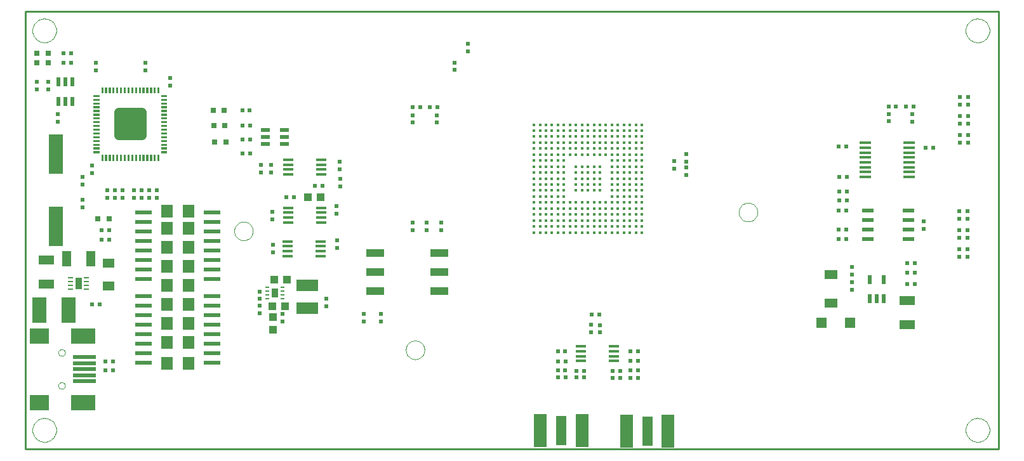
<source format=gtp>
G75*
G70*
%OFA0B0*%
%FSLAX24Y24*%
%IPPOS*%
%LPD*%
%AMOC8*
5,1,8,0,0,1.08239X$1,22.5*
%
%ADD10C,0.0100*%
%ADD11C,0.0000*%
%ADD12R,0.0236X0.0236*%
%ADD13R,0.0217X0.0472*%
%ADD14C,0.0428*%
%ADD15C,0.0025*%
%ADD16R,0.0866X0.0236*%
%ADD17R,0.0315X0.0315*%
%ADD18R,0.0760X0.2100*%
%ADD19R,0.0630X0.0710*%
%ADD20R,0.0748X0.1339*%
%ADD21R,0.0472X0.0217*%
%ADD22R,0.0630X0.0138*%
%ADD23R,0.0630X0.0236*%
%ADD24R,0.0709X0.0500*%
%ADD25R,0.0551X0.0551*%
%ADD26R,0.0787X0.0472*%
%ADD27R,0.0250X0.0106*%
%ADD28R,0.0354X0.0630*%
%ADD29R,0.0472X0.0787*%
%ADD30R,0.0591X0.0500*%
%ADD31R,0.0197X0.0098*%
%ADD32R,0.0354X0.0512*%
%ADD33R,0.0433X0.0394*%
%ADD34R,0.0394X0.0433*%
%ADD35R,0.1181X0.0591*%
%ADD36C,0.0157*%
%ADD37R,0.0961X0.0445*%
%ADD38R,0.0571X0.0177*%
%ADD39R,0.0984X0.0787*%
%ADD40R,0.1299X0.0787*%
%ADD41R,0.1220X0.0197*%
%ADD42R,0.0551X0.1575*%
%ADD43R,0.0709X0.1772*%
D10*
X001680Y006030D02*
X001680Y029030D01*
X052780Y029030D01*
X052780Y006030D01*
X001680Y006030D01*
D11*
X002055Y007030D02*
X002057Y007080D01*
X002063Y007129D01*
X002073Y007178D01*
X002086Y007225D01*
X002104Y007272D01*
X002125Y007317D01*
X002149Y007360D01*
X002177Y007401D01*
X002208Y007440D01*
X002242Y007476D01*
X002279Y007510D01*
X002319Y007540D01*
X002360Y007567D01*
X002404Y007591D01*
X002449Y007611D01*
X002496Y007627D01*
X002544Y007640D01*
X002593Y007649D01*
X002643Y007654D01*
X002692Y007655D01*
X002742Y007652D01*
X002791Y007645D01*
X002840Y007634D01*
X002887Y007620D01*
X002933Y007601D01*
X002978Y007579D01*
X003021Y007554D01*
X003061Y007525D01*
X003099Y007493D01*
X003135Y007459D01*
X003168Y007421D01*
X003197Y007381D01*
X003223Y007339D01*
X003246Y007295D01*
X003265Y007249D01*
X003281Y007202D01*
X003293Y007153D01*
X003301Y007104D01*
X003305Y007055D01*
X003305Y007005D01*
X003301Y006956D01*
X003293Y006907D01*
X003281Y006858D01*
X003265Y006811D01*
X003246Y006765D01*
X003223Y006721D01*
X003197Y006679D01*
X003168Y006639D01*
X003135Y006601D01*
X003099Y006567D01*
X003061Y006535D01*
X003021Y006506D01*
X002978Y006481D01*
X002933Y006459D01*
X002887Y006440D01*
X002840Y006426D01*
X002791Y006415D01*
X002742Y006408D01*
X002692Y006405D01*
X002643Y006406D01*
X002593Y006411D01*
X002544Y006420D01*
X002496Y006433D01*
X002449Y006449D01*
X002404Y006469D01*
X002360Y006493D01*
X002319Y006520D01*
X002279Y006550D01*
X002242Y006584D01*
X002208Y006620D01*
X002177Y006659D01*
X002149Y006700D01*
X002125Y006743D01*
X002104Y006788D01*
X002086Y006835D01*
X002073Y006882D01*
X002063Y006931D01*
X002057Y006980D01*
X002055Y007030D01*
X003413Y009364D02*
X003415Y009390D01*
X003421Y009416D01*
X003431Y009441D01*
X003444Y009464D01*
X003460Y009484D01*
X003480Y009502D01*
X003502Y009517D01*
X003525Y009529D01*
X003551Y009537D01*
X003577Y009541D01*
X003603Y009541D01*
X003629Y009537D01*
X003655Y009529D01*
X003679Y009517D01*
X003700Y009502D01*
X003720Y009484D01*
X003736Y009464D01*
X003749Y009441D01*
X003759Y009416D01*
X003765Y009390D01*
X003767Y009364D01*
X003765Y009338D01*
X003759Y009312D01*
X003749Y009287D01*
X003736Y009264D01*
X003720Y009244D01*
X003700Y009226D01*
X003678Y009211D01*
X003655Y009199D01*
X003629Y009191D01*
X003603Y009187D01*
X003577Y009187D01*
X003551Y009191D01*
X003525Y009199D01*
X003501Y009211D01*
X003480Y009226D01*
X003460Y009244D01*
X003444Y009264D01*
X003431Y009287D01*
X003421Y009312D01*
X003415Y009338D01*
X003413Y009364D01*
X003413Y011096D02*
X003415Y011122D01*
X003421Y011148D01*
X003431Y011173D01*
X003444Y011196D01*
X003460Y011216D01*
X003480Y011234D01*
X003502Y011249D01*
X003525Y011261D01*
X003551Y011269D01*
X003577Y011273D01*
X003603Y011273D01*
X003629Y011269D01*
X003655Y011261D01*
X003679Y011249D01*
X003700Y011234D01*
X003720Y011216D01*
X003736Y011196D01*
X003749Y011173D01*
X003759Y011148D01*
X003765Y011122D01*
X003767Y011096D01*
X003765Y011070D01*
X003759Y011044D01*
X003749Y011019D01*
X003736Y010996D01*
X003720Y010976D01*
X003700Y010958D01*
X003678Y010943D01*
X003655Y010931D01*
X003629Y010923D01*
X003603Y010919D01*
X003577Y010919D01*
X003551Y010923D01*
X003525Y010931D01*
X003501Y010943D01*
X003480Y010958D01*
X003460Y010976D01*
X003444Y010996D01*
X003431Y011019D01*
X003421Y011044D01*
X003415Y011070D01*
X003413Y011096D01*
X012650Y017490D02*
X012652Y017534D01*
X012658Y017577D01*
X012668Y017620D01*
X012681Y017662D01*
X012699Y017703D01*
X012719Y017741D01*
X012744Y017778D01*
X012771Y017812D01*
X012801Y017844D01*
X012834Y017873D01*
X012870Y017899D01*
X012908Y017921D01*
X012947Y017941D01*
X012989Y017956D01*
X013031Y017968D01*
X013074Y017976D01*
X013118Y017980D01*
X013162Y017980D01*
X013206Y017976D01*
X013249Y017968D01*
X013291Y017956D01*
X013333Y017941D01*
X013372Y017921D01*
X013410Y017899D01*
X013446Y017873D01*
X013479Y017844D01*
X013509Y017812D01*
X013536Y017778D01*
X013561Y017741D01*
X013581Y017703D01*
X013599Y017662D01*
X013612Y017620D01*
X013622Y017577D01*
X013628Y017534D01*
X013630Y017490D01*
X013628Y017446D01*
X013622Y017403D01*
X013612Y017360D01*
X013599Y017318D01*
X013581Y017277D01*
X013561Y017239D01*
X013536Y017202D01*
X013509Y017168D01*
X013479Y017136D01*
X013446Y017107D01*
X013410Y017081D01*
X013372Y017059D01*
X013333Y017039D01*
X013291Y017024D01*
X013249Y017012D01*
X013206Y017004D01*
X013162Y017000D01*
X013118Y017000D01*
X013074Y017004D01*
X013031Y017012D01*
X012989Y017024D01*
X012947Y017039D01*
X012908Y017059D01*
X012870Y017081D01*
X012834Y017107D01*
X012801Y017136D01*
X012771Y017168D01*
X012744Y017202D01*
X012719Y017239D01*
X012699Y017277D01*
X012681Y017318D01*
X012668Y017360D01*
X012658Y017403D01*
X012652Y017446D01*
X012650Y017490D01*
X021660Y011240D02*
X021662Y011284D01*
X021668Y011327D01*
X021678Y011370D01*
X021691Y011412D01*
X021709Y011453D01*
X021729Y011491D01*
X021754Y011528D01*
X021781Y011562D01*
X021811Y011594D01*
X021844Y011623D01*
X021880Y011649D01*
X021918Y011671D01*
X021957Y011691D01*
X021999Y011706D01*
X022041Y011718D01*
X022084Y011726D01*
X022128Y011730D01*
X022172Y011730D01*
X022216Y011726D01*
X022259Y011718D01*
X022301Y011706D01*
X022343Y011691D01*
X022382Y011671D01*
X022420Y011649D01*
X022456Y011623D01*
X022489Y011594D01*
X022519Y011562D01*
X022546Y011528D01*
X022571Y011491D01*
X022591Y011453D01*
X022609Y011412D01*
X022622Y011370D01*
X022632Y011327D01*
X022638Y011284D01*
X022640Y011240D01*
X022638Y011196D01*
X022632Y011153D01*
X022622Y011110D01*
X022609Y011068D01*
X022591Y011027D01*
X022571Y010989D01*
X022546Y010952D01*
X022519Y010918D01*
X022489Y010886D01*
X022456Y010857D01*
X022420Y010831D01*
X022382Y010809D01*
X022343Y010789D01*
X022301Y010774D01*
X022259Y010762D01*
X022216Y010754D01*
X022172Y010750D01*
X022128Y010750D01*
X022084Y010754D01*
X022041Y010762D01*
X021999Y010774D01*
X021957Y010789D01*
X021918Y010809D01*
X021880Y010831D01*
X021844Y010857D01*
X021811Y010886D01*
X021781Y010918D01*
X021754Y010952D01*
X021729Y010989D01*
X021709Y011027D01*
X021691Y011068D01*
X021678Y011110D01*
X021668Y011153D01*
X021662Y011196D01*
X021660Y011240D01*
X039140Y018480D02*
X039142Y018524D01*
X039148Y018567D01*
X039158Y018610D01*
X039171Y018652D01*
X039189Y018693D01*
X039209Y018731D01*
X039234Y018768D01*
X039261Y018802D01*
X039291Y018834D01*
X039324Y018863D01*
X039360Y018889D01*
X039398Y018911D01*
X039437Y018931D01*
X039479Y018946D01*
X039521Y018958D01*
X039564Y018966D01*
X039608Y018970D01*
X039652Y018970D01*
X039696Y018966D01*
X039739Y018958D01*
X039781Y018946D01*
X039823Y018931D01*
X039862Y018911D01*
X039900Y018889D01*
X039936Y018863D01*
X039969Y018834D01*
X039999Y018802D01*
X040026Y018768D01*
X040051Y018731D01*
X040071Y018693D01*
X040089Y018652D01*
X040102Y018610D01*
X040112Y018567D01*
X040118Y018524D01*
X040120Y018480D01*
X040118Y018436D01*
X040112Y018393D01*
X040102Y018350D01*
X040089Y018308D01*
X040071Y018267D01*
X040051Y018229D01*
X040026Y018192D01*
X039999Y018158D01*
X039969Y018126D01*
X039936Y018097D01*
X039900Y018071D01*
X039862Y018049D01*
X039823Y018029D01*
X039781Y018014D01*
X039739Y018002D01*
X039696Y017994D01*
X039652Y017990D01*
X039608Y017990D01*
X039564Y017994D01*
X039521Y018002D01*
X039479Y018014D01*
X039437Y018029D01*
X039398Y018049D01*
X039360Y018071D01*
X039324Y018097D01*
X039291Y018126D01*
X039261Y018158D01*
X039234Y018192D01*
X039209Y018229D01*
X039189Y018267D01*
X039171Y018308D01*
X039158Y018350D01*
X039148Y018393D01*
X039142Y018436D01*
X039140Y018480D01*
X051055Y028030D02*
X051057Y028080D01*
X051063Y028129D01*
X051073Y028178D01*
X051086Y028225D01*
X051104Y028272D01*
X051125Y028317D01*
X051149Y028360D01*
X051177Y028401D01*
X051208Y028440D01*
X051242Y028476D01*
X051279Y028510D01*
X051319Y028540D01*
X051360Y028567D01*
X051404Y028591D01*
X051449Y028611D01*
X051496Y028627D01*
X051544Y028640D01*
X051593Y028649D01*
X051643Y028654D01*
X051692Y028655D01*
X051742Y028652D01*
X051791Y028645D01*
X051840Y028634D01*
X051887Y028620D01*
X051933Y028601D01*
X051978Y028579D01*
X052021Y028554D01*
X052061Y028525D01*
X052099Y028493D01*
X052135Y028459D01*
X052168Y028421D01*
X052197Y028381D01*
X052223Y028339D01*
X052246Y028295D01*
X052265Y028249D01*
X052281Y028202D01*
X052293Y028153D01*
X052301Y028104D01*
X052305Y028055D01*
X052305Y028005D01*
X052301Y027956D01*
X052293Y027907D01*
X052281Y027858D01*
X052265Y027811D01*
X052246Y027765D01*
X052223Y027721D01*
X052197Y027679D01*
X052168Y027639D01*
X052135Y027601D01*
X052099Y027567D01*
X052061Y027535D01*
X052021Y027506D01*
X051978Y027481D01*
X051933Y027459D01*
X051887Y027440D01*
X051840Y027426D01*
X051791Y027415D01*
X051742Y027408D01*
X051692Y027405D01*
X051643Y027406D01*
X051593Y027411D01*
X051544Y027420D01*
X051496Y027433D01*
X051449Y027449D01*
X051404Y027469D01*
X051360Y027493D01*
X051319Y027520D01*
X051279Y027550D01*
X051242Y027584D01*
X051208Y027620D01*
X051177Y027659D01*
X051149Y027700D01*
X051125Y027743D01*
X051104Y027788D01*
X051086Y027835D01*
X051073Y027882D01*
X051063Y027931D01*
X051057Y027980D01*
X051055Y028030D01*
X051055Y007030D02*
X051057Y007080D01*
X051063Y007129D01*
X051073Y007178D01*
X051086Y007225D01*
X051104Y007272D01*
X051125Y007317D01*
X051149Y007360D01*
X051177Y007401D01*
X051208Y007440D01*
X051242Y007476D01*
X051279Y007510D01*
X051319Y007540D01*
X051360Y007567D01*
X051404Y007591D01*
X051449Y007611D01*
X051496Y007627D01*
X051544Y007640D01*
X051593Y007649D01*
X051643Y007654D01*
X051692Y007655D01*
X051742Y007652D01*
X051791Y007645D01*
X051840Y007634D01*
X051887Y007620D01*
X051933Y007601D01*
X051978Y007579D01*
X052021Y007554D01*
X052061Y007525D01*
X052099Y007493D01*
X052135Y007459D01*
X052168Y007421D01*
X052197Y007381D01*
X052223Y007339D01*
X052246Y007295D01*
X052265Y007249D01*
X052281Y007202D01*
X052293Y007153D01*
X052301Y007104D01*
X052305Y007055D01*
X052305Y007005D01*
X052301Y006956D01*
X052293Y006907D01*
X052281Y006858D01*
X052265Y006811D01*
X052246Y006765D01*
X052223Y006721D01*
X052197Y006679D01*
X052168Y006639D01*
X052135Y006601D01*
X052099Y006567D01*
X052061Y006535D01*
X052021Y006506D01*
X051978Y006481D01*
X051933Y006459D01*
X051887Y006440D01*
X051840Y006426D01*
X051791Y006415D01*
X051742Y006408D01*
X051692Y006405D01*
X051643Y006406D01*
X051593Y006411D01*
X051544Y006420D01*
X051496Y006433D01*
X051449Y006449D01*
X051404Y006469D01*
X051360Y006493D01*
X051319Y006520D01*
X051279Y006550D01*
X051242Y006584D01*
X051208Y006620D01*
X051177Y006659D01*
X051149Y006700D01*
X051125Y006743D01*
X051104Y006788D01*
X051086Y006835D01*
X051073Y006882D01*
X051063Y006931D01*
X051057Y006980D01*
X051055Y007030D01*
X002055Y028030D02*
X002057Y028080D01*
X002063Y028129D01*
X002073Y028178D01*
X002086Y028225D01*
X002104Y028272D01*
X002125Y028317D01*
X002149Y028360D01*
X002177Y028401D01*
X002208Y028440D01*
X002242Y028476D01*
X002279Y028510D01*
X002319Y028540D01*
X002360Y028567D01*
X002404Y028591D01*
X002449Y028611D01*
X002496Y028627D01*
X002544Y028640D01*
X002593Y028649D01*
X002643Y028654D01*
X002692Y028655D01*
X002742Y028652D01*
X002791Y028645D01*
X002840Y028634D01*
X002887Y028620D01*
X002933Y028601D01*
X002978Y028579D01*
X003021Y028554D01*
X003061Y028525D01*
X003099Y028493D01*
X003135Y028459D01*
X003168Y028421D01*
X003197Y028381D01*
X003223Y028339D01*
X003246Y028295D01*
X003265Y028249D01*
X003281Y028202D01*
X003293Y028153D01*
X003301Y028104D01*
X003305Y028055D01*
X003305Y028005D01*
X003301Y027956D01*
X003293Y027907D01*
X003281Y027858D01*
X003265Y027811D01*
X003246Y027765D01*
X003223Y027721D01*
X003197Y027679D01*
X003168Y027639D01*
X003135Y027601D01*
X003099Y027567D01*
X003061Y027535D01*
X003021Y027506D01*
X002978Y027481D01*
X002933Y027459D01*
X002887Y027440D01*
X002840Y027426D01*
X002791Y027415D01*
X002742Y027408D01*
X002692Y027405D01*
X002643Y027406D01*
X002593Y027411D01*
X002544Y027420D01*
X002496Y027433D01*
X002449Y027449D01*
X002404Y027469D01*
X002360Y027493D01*
X002319Y027520D01*
X002279Y027550D01*
X002242Y027584D01*
X002208Y027620D01*
X002177Y027659D01*
X002149Y027700D01*
X002125Y027743D01*
X002104Y027788D01*
X002086Y027835D01*
X002073Y027882D01*
X002063Y027931D01*
X002057Y027980D01*
X002055Y028030D01*
D12*
X003683Y026830D03*
X004077Y026830D03*
X004077Y026330D03*
X003683Y026330D03*
X002880Y025327D03*
X002880Y024933D03*
X002280Y024933D03*
X002280Y025327D03*
X003380Y023627D03*
X003380Y023233D03*
X005180Y020927D03*
X005180Y020533D03*
X004680Y020327D03*
X004680Y019933D03*
X004680Y019127D03*
X004680Y018733D03*
X005980Y019233D03*
X005980Y019627D03*
X006380Y019627D03*
X006380Y019233D03*
X006780Y019233D03*
X006780Y019627D03*
X007380Y019627D03*
X007380Y019233D03*
X007780Y019233D03*
X007780Y019627D03*
X008180Y019627D03*
X008180Y019233D03*
X008580Y019233D03*
X008580Y019627D03*
X006077Y017530D03*
X005683Y017530D03*
X005683Y017030D03*
X006077Y017030D03*
X005577Y013630D03*
X005183Y013630D03*
X005883Y010630D03*
X006277Y010630D03*
X006277Y010180D03*
X005883Y010180D03*
X013990Y013163D03*
X013990Y013557D03*
X013990Y013923D03*
X013990Y014317D03*
X015180Y013127D03*
X015180Y012733D03*
X017490Y013533D03*
X017490Y013927D03*
X019456Y013137D03*
X019456Y012744D03*
X020344Y012746D03*
X020344Y013140D03*
X018035Y016596D03*
X018035Y016990D03*
X018021Y018412D03*
X018021Y018806D03*
X018204Y019835D03*
X018204Y020229D03*
X018197Y020739D03*
X018197Y021132D03*
X017271Y019872D03*
X016877Y019872D03*
X015791Y019274D03*
X015397Y019274D03*
X014656Y018493D03*
X014656Y018099D03*
X014680Y016759D03*
X014680Y016365D03*
X014596Y020578D03*
X014596Y020971D03*
X014056Y020971D03*
X014056Y020578D03*
X013477Y021585D03*
X013083Y021585D03*
X013079Y022291D03*
X013472Y022291D03*
X013469Y023019D03*
X013075Y023019D03*
X013068Y023835D03*
X013462Y023835D03*
X009280Y025133D03*
X009280Y025527D03*
X007980Y025933D03*
X007980Y026327D03*
X005380Y026327D03*
X005380Y025933D03*
X022030Y023999D03*
X022424Y023999D03*
X022930Y024004D03*
X023324Y024004D03*
X023297Y023581D03*
X023297Y023188D03*
X022016Y023186D03*
X022016Y023580D03*
X024220Y025954D03*
X024220Y026347D03*
X024917Y026940D03*
X024917Y027334D03*
X023505Y017926D03*
X023505Y017532D03*
X022739Y017534D03*
X022739Y017928D03*
X022028Y017925D03*
X022028Y017531D03*
X029636Y011162D03*
X030029Y011162D03*
X030036Y010651D03*
X029643Y010651D03*
X029638Y010156D03*
X029644Y009791D03*
X030037Y009791D03*
X030032Y010156D03*
X030616Y010148D03*
X030615Y009798D03*
X031008Y009798D03*
X031010Y010148D03*
X032509Y010147D03*
X032507Y009783D03*
X032900Y009783D03*
X032903Y010147D03*
X033461Y010163D03*
X033453Y009781D03*
X033846Y009781D03*
X033854Y010163D03*
X033852Y010664D03*
X033459Y010664D03*
X033445Y011180D03*
X033839Y011180D03*
X031847Y012158D03*
X031847Y012551D03*
X031374Y012558D03*
X031374Y012164D03*
X031423Y013100D03*
X031817Y013100D03*
X036367Y020434D03*
X036367Y020828D03*
X036371Y021147D03*
X036371Y021541D03*
X035741Y021174D03*
X035741Y020780D03*
X044413Y020330D03*
X044807Y020330D03*
X044812Y019565D03*
X044418Y019565D03*
X044408Y019115D03*
X044802Y019115D03*
X044782Y018565D03*
X044388Y018565D03*
X044378Y017555D03*
X044772Y017555D03*
X044782Y017055D03*
X044388Y017055D03*
X045075Y015587D03*
X045075Y015193D03*
X045075Y014787D03*
X045075Y014393D03*
X047978Y014690D03*
X048372Y014690D03*
X048372Y015290D03*
X047978Y015290D03*
X047978Y015790D03*
X048372Y015790D03*
X048860Y017613D03*
X048860Y018007D03*
X050700Y018133D03*
X050700Y018527D03*
X051160Y018527D03*
X051160Y018133D03*
X051160Y017527D03*
X051160Y017133D03*
X050700Y017133D03*
X050700Y017527D03*
X050700Y016527D03*
X050700Y016133D03*
X051160Y016133D03*
X051160Y016527D03*
X049357Y021880D03*
X048963Y021880D03*
X048248Y023225D03*
X048248Y023619D03*
X048309Y024032D03*
X047915Y024032D03*
X047395Y024038D03*
X047001Y024038D03*
X047008Y023649D03*
X047008Y023255D03*
X044777Y021930D03*
X044383Y021930D03*
X050760Y022133D03*
X050760Y022527D03*
X051180Y022527D03*
X051180Y022133D03*
X051180Y023133D03*
X051180Y023527D03*
X050750Y023527D03*
X050750Y023133D03*
X050750Y024133D03*
X050750Y024527D03*
X051180Y024527D03*
X051180Y024133D03*
D13*
X046749Y014952D03*
X046001Y014952D03*
X046001Y013928D03*
X046375Y013928D03*
X046749Y013928D03*
X004154Y024318D03*
X003780Y024318D03*
X003406Y024318D03*
X003406Y025342D03*
X003780Y025342D03*
X004154Y025342D03*
D14*
X007822Y023772D02*
X007822Y022488D01*
X006538Y022488D01*
X006538Y023772D01*
X007822Y023772D01*
X007822Y022915D02*
X006538Y022915D01*
X006538Y023342D02*
X007822Y023342D01*
X007822Y023769D02*
X006538Y023769D01*
D15*
X005553Y023782D02*
X005553Y023856D01*
X005553Y023782D02*
X005263Y023782D01*
X005263Y023856D01*
X005553Y023856D01*
X005553Y023806D02*
X005263Y023806D01*
X005263Y023830D02*
X005553Y023830D01*
X005553Y023854D02*
X005263Y023854D01*
X005553Y023979D02*
X005553Y024053D01*
X005553Y023979D02*
X005263Y023979D01*
X005263Y024053D01*
X005553Y024053D01*
X005553Y024003D02*
X005263Y024003D01*
X005263Y024027D02*
X005553Y024027D01*
X005553Y024051D02*
X005263Y024051D01*
X005553Y024176D02*
X005553Y024250D01*
X005553Y024176D02*
X005263Y024176D01*
X005263Y024250D01*
X005553Y024250D01*
X005553Y024200D02*
X005263Y024200D01*
X005263Y024224D02*
X005553Y024224D01*
X005553Y024248D02*
X005263Y024248D01*
X005553Y024373D02*
X005553Y024447D01*
X005553Y024373D02*
X005263Y024373D01*
X005263Y024447D01*
X005553Y024447D01*
X005553Y024397D02*
X005263Y024397D01*
X005263Y024421D02*
X005553Y024421D01*
X005553Y024445D02*
X005263Y024445D01*
X005553Y024569D02*
X005553Y024643D01*
X005553Y024569D02*
X005263Y024569D01*
X005263Y024643D01*
X005553Y024643D01*
X005553Y024593D02*
X005263Y024593D01*
X005263Y024617D02*
X005553Y024617D01*
X005553Y024641D02*
X005263Y024641D01*
X005667Y024757D02*
X005741Y024757D01*
X005667Y024757D02*
X005667Y025047D01*
X005741Y025047D01*
X005741Y024757D01*
X005741Y024781D02*
X005667Y024781D01*
X005667Y024805D02*
X005741Y024805D01*
X005741Y024829D02*
X005667Y024829D01*
X005667Y024853D02*
X005741Y024853D01*
X005741Y024877D02*
X005667Y024877D01*
X005667Y024901D02*
X005741Y024901D01*
X005741Y024925D02*
X005667Y024925D01*
X005667Y024949D02*
X005741Y024949D01*
X005741Y024973D02*
X005667Y024973D01*
X005667Y024997D02*
X005741Y024997D01*
X005741Y025021D02*
X005667Y025021D01*
X005667Y025045D02*
X005741Y025045D01*
X005863Y024757D02*
X005937Y024757D01*
X005863Y024757D02*
X005863Y025047D01*
X005937Y025047D01*
X005937Y024757D01*
X005937Y024781D02*
X005863Y024781D01*
X005863Y024805D02*
X005937Y024805D01*
X005937Y024829D02*
X005863Y024829D01*
X005863Y024853D02*
X005937Y024853D01*
X005937Y024877D02*
X005863Y024877D01*
X005863Y024901D02*
X005937Y024901D01*
X005937Y024925D02*
X005863Y024925D01*
X005863Y024949D02*
X005937Y024949D01*
X005937Y024973D02*
X005863Y024973D01*
X005863Y024997D02*
X005937Y024997D01*
X005937Y025021D02*
X005863Y025021D01*
X005863Y025045D02*
X005937Y025045D01*
X006060Y024757D02*
X006134Y024757D01*
X006060Y024757D02*
X006060Y025047D01*
X006134Y025047D01*
X006134Y024757D01*
X006134Y024781D02*
X006060Y024781D01*
X006060Y024805D02*
X006134Y024805D01*
X006134Y024829D02*
X006060Y024829D01*
X006060Y024853D02*
X006134Y024853D01*
X006134Y024877D02*
X006060Y024877D01*
X006060Y024901D02*
X006134Y024901D01*
X006134Y024925D02*
X006060Y024925D01*
X006060Y024949D02*
X006134Y024949D01*
X006134Y024973D02*
X006060Y024973D01*
X006060Y024997D02*
X006134Y024997D01*
X006134Y025021D02*
X006060Y025021D01*
X006060Y025045D02*
X006134Y025045D01*
X006257Y024757D02*
X006331Y024757D01*
X006257Y024757D02*
X006257Y025047D01*
X006331Y025047D01*
X006331Y024757D01*
X006331Y024781D02*
X006257Y024781D01*
X006257Y024805D02*
X006331Y024805D01*
X006331Y024829D02*
X006257Y024829D01*
X006257Y024853D02*
X006331Y024853D01*
X006331Y024877D02*
X006257Y024877D01*
X006257Y024901D02*
X006331Y024901D01*
X006331Y024925D02*
X006257Y024925D01*
X006257Y024949D02*
X006331Y024949D01*
X006331Y024973D02*
X006257Y024973D01*
X006257Y024997D02*
X006331Y024997D01*
X006331Y025021D02*
X006257Y025021D01*
X006257Y025045D02*
X006331Y025045D01*
X006454Y024757D02*
X006528Y024757D01*
X006454Y024757D02*
X006454Y025047D01*
X006528Y025047D01*
X006528Y024757D01*
X006528Y024781D02*
X006454Y024781D01*
X006454Y024805D02*
X006528Y024805D01*
X006528Y024829D02*
X006454Y024829D01*
X006454Y024853D02*
X006528Y024853D01*
X006528Y024877D02*
X006454Y024877D01*
X006454Y024901D02*
X006528Y024901D01*
X006528Y024925D02*
X006454Y024925D01*
X006454Y024949D02*
X006528Y024949D01*
X006528Y024973D02*
X006454Y024973D01*
X006454Y024997D02*
X006528Y024997D01*
X006528Y025021D02*
X006454Y025021D01*
X006454Y025045D02*
X006528Y025045D01*
X006651Y024757D02*
X006725Y024757D01*
X006651Y024757D02*
X006651Y025047D01*
X006725Y025047D01*
X006725Y024757D01*
X006725Y024781D02*
X006651Y024781D01*
X006651Y024805D02*
X006725Y024805D01*
X006725Y024829D02*
X006651Y024829D01*
X006651Y024853D02*
X006725Y024853D01*
X006725Y024877D02*
X006651Y024877D01*
X006651Y024901D02*
X006725Y024901D01*
X006725Y024925D02*
X006651Y024925D01*
X006651Y024949D02*
X006725Y024949D01*
X006725Y024973D02*
X006651Y024973D01*
X006651Y024997D02*
X006725Y024997D01*
X006725Y025021D02*
X006651Y025021D01*
X006651Y025045D02*
X006725Y025045D01*
X006848Y024757D02*
X006922Y024757D01*
X006848Y024757D02*
X006848Y025047D01*
X006922Y025047D01*
X006922Y024757D01*
X006922Y024781D02*
X006848Y024781D01*
X006848Y024805D02*
X006922Y024805D01*
X006922Y024829D02*
X006848Y024829D01*
X006848Y024853D02*
X006922Y024853D01*
X006922Y024877D02*
X006848Y024877D01*
X006848Y024901D02*
X006922Y024901D01*
X006922Y024925D02*
X006848Y024925D01*
X006848Y024949D02*
X006922Y024949D01*
X006922Y024973D02*
X006848Y024973D01*
X006848Y024997D02*
X006922Y024997D01*
X006922Y025021D02*
X006848Y025021D01*
X006848Y025045D02*
X006922Y025045D01*
X007045Y024757D02*
X007119Y024757D01*
X007045Y024757D02*
X007045Y025047D01*
X007119Y025047D01*
X007119Y024757D01*
X007119Y024781D02*
X007045Y024781D01*
X007045Y024805D02*
X007119Y024805D01*
X007119Y024829D02*
X007045Y024829D01*
X007045Y024853D02*
X007119Y024853D01*
X007119Y024877D02*
X007045Y024877D01*
X007045Y024901D02*
X007119Y024901D01*
X007119Y024925D02*
X007045Y024925D01*
X007045Y024949D02*
X007119Y024949D01*
X007119Y024973D02*
X007045Y024973D01*
X007045Y024997D02*
X007119Y024997D01*
X007119Y025021D02*
X007045Y025021D01*
X007045Y025045D02*
X007119Y025045D01*
X007241Y024757D02*
X007315Y024757D01*
X007241Y024757D02*
X007241Y025047D01*
X007315Y025047D01*
X007315Y024757D01*
X007315Y024781D02*
X007241Y024781D01*
X007241Y024805D02*
X007315Y024805D01*
X007315Y024829D02*
X007241Y024829D01*
X007241Y024853D02*
X007315Y024853D01*
X007315Y024877D02*
X007241Y024877D01*
X007241Y024901D02*
X007315Y024901D01*
X007315Y024925D02*
X007241Y024925D01*
X007241Y024949D02*
X007315Y024949D01*
X007315Y024973D02*
X007241Y024973D01*
X007241Y024997D02*
X007315Y024997D01*
X007315Y025021D02*
X007241Y025021D01*
X007241Y025045D02*
X007315Y025045D01*
X007438Y024757D02*
X007512Y024757D01*
X007438Y024757D02*
X007438Y025047D01*
X007512Y025047D01*
X007512Y024757D01*
X007512Y024781D02*
X007438Y024781D01*
X007438Y024805D02*
X007512Y024805D01*
X007512Y024829D02*
X007438Y024829D01*
X007438Y024853D02*
X007512Y024853D01*
X007512Y024877D02*
X007438Y024877D01*
X007438Y024901D02*
X007512Y024901D01*
X007512Y024925D02*
X007438Y024925D01*
X007438Y024949D02*
X007512Y024949D01*
X007512Y024973D02*
X007438Y024973D01*
X007438Y024997D02*
X007512Y024997D01*
X007512Y025021D02*
X007438Y025021D01*
X007438Y025045D02*
X007512Y025045D01*
X007635Y024757D02*
X007709Y024757D01*
X007635Y024757D02*
X007635Y025047D01*
X007709Y025047D01*
X007709Y024757D01*
X007709Y024781D02*
X007635Y024781D01*
X007635Y024805D02*
X007709Y024805D01*
X007709Y024829D02*
X007635Y024829D01*
X007635Y024853D02*
X007709Y024853D01*
X007709Y024877D02*
X007635Y024877D01*
X007635Y024901D02*
X007709Y024901D01*
X007709Y024925D02*
X007635Y024925D01*
X007635Y024949D02*
X007709Y024949D01*
X007709Y024973D02*
X007635Y024973D01*
X007635Y024997D02*
X007709Y024997D01*
X007709Y025021D02*
X007635Y025021D01*
X007635Y025045D02*
X007709Y025045D01*
X007832Y024757D02*
X007906Y024757D01*
X007832Y024757D02*
X007832Y025047D01*
X007906Y025047D01*
X007906Y024757D01*
X007906Y024781D02*
X007832Y024781D01*
X007832Y024805D02*
X007906Y024805D01*
X007906Y024829D02*
X007832Y024829D01*
X007832Y024853D02*
X007906Y024853D01*
X007906Y024877D02*
X007832Y024877D01*
X007832Y024901D02*
X007906Y024901D01*
X007906Y024925D02*
X007832Y024925D01*
X007832Y024949D02*
X007906Y024949D01*
X007906Y024973D02*
X007832Y024973D01*
X007832Y024997D02*
X007906Y024997D01*
X007906Y025021D02*
X007832Y025021D01*
X007832Y025045D02*
X007906Y025045D01*
X008029Y024757D02*
X008103Y024757D01*
X008029Y024757D02*
X008029Y025047D01*
X008103Y025047D01*
X008103Y024757D01*
X008103Y024781D02*
X008029Y024781D01*
X008029Y024805D02*
X008103Y024805D01*
X008103Y024829D02*
X008029Y024829D01*
X008029Y024853D02*
X008103Y024853D01*
X008103Y024877D02*
X008029Y024877D01*
X008029Y024901D02*
X008103Y024901D01*
X008103Y024925D02*
X008029Y024925D01*
X008029Y024949D02*
X008103Y024949D01*
X008103Y024973D02*
X008029Y024973D01*
X008029Y024997D02*
X008103Y024997D01*
X008103Y025021D02*
X008029Y025021D01*
X008029Y025045D02*
X008103Y025045D01*
X008226Y024757D02*
X008300Y024757D01*
X008226Y024757D02*
X008226Y025047D01*
X008300Y025047D01*
X008300Y024757D01*
X008300Y024781D02*
X008226Y024781D01*
X008226Y024805D02*
X008300Y024805D01*
X008300Y024829D02*
X008226Y024829D01*
X008226Y024853D02*
X008300Y024853D01*
X008300Y024877D02*
X008226Y024877D01*
X008226Y024901D02*
X008300Y024901D01*
X008300Y024925D02*
X008226Y024925D01*
X008226Y024949D02*
X008300Y024949D01*
X008300Y024973D02*
X008226Y024973D01*
X008226Y024997D02*
X008300Y024997D01*
X008300Y025021D02*
X008226Y025021D01*
X008226Y025045D02*
X008300Y025045D01*
X008423Y024757D02*
X008497Y024757D01*
X008423Y024757D02*
X008423Y025047D01*
X008497Y025047D01*
X008497Y024757D01*
X008497Y024781D02*
X008423Y024781D01*
X008423Y024805D02*
X008497Y024805D01*
X008497Y024829D02*
X008423Y024829D01*
X008423Y024853D02*
X008497Y024853D01*
X008497Y024877D02*
X008423Y024877D01*
X008423Y024901D02*
X008497Y024901D01*
X008497Y024925D02*
X008423Y024925D01*
X008423Y024949D02*
X008497Y024949D01*
X008497Y024973D02*
X008423Y024973D01*
X008423Y024997D02*
X008497Y024997D01*
X008497Y025021D02*
X008423Y025021D01*
X008423Y025045D02*
X008497Y025045D01*
X008619Y024757D02*
X008693Y024757D01*
X008619Y024757D02*
X008619Y025047D01*
X008693Y025047D01*
X008693Y024757D01*
X008693Y024781D02*
X008619Y024781D01*
X008619Y024805D02*
X008693Y024805D01*
X008693Y024829D02*
X008619Y024829D01*
X008619Y024853D02*
X008693Y024853D01*
X008693Y024877D02*
X008619Y024877D01*
X008619Y024901D02*
X008693Y024901D01*
X008693Y024925D02*
X008619Y024925D01*
X008619Y024949D02*
X008693Y024949D01*
X008693Y024973D02*
X008619Y024973D01*
X008619Y024997D02*
X008693Y024997D01*
X008693Y025021D02*
X008619Y025021D01*
X008619Y025045D02*
X008693Y025045D01*
X008807Y024643D02*
X008807Y024569D01*
X008807Y024643D02*
X009097Y024643D01*
X009097Y024569D01*
X008807Y024569D01*
X008807Y024593D02*
X009097Y024593D01*
X009097Y024617D02*
X008807Y024617D01*
X008807Y024641D02*
X009097Y024641D01*
X008807Y024447D02*
X008807Y024373D01*
X008807Y024447D02*
X009097Y024447D01*
X009097Y024373D01*
X008807Y024373D01*
X008807Y024397D02*
X009097Y024397D01*
X009097Y024421D02*
X008807Y024421D01*
X008807Y024445D02*
X009097Y024445D01*
X008807Y024250D02*
X008807Y024176D01*
X008807Y024250D02*
X009097Y024250D01*
X009097Y024176D01*
X008807Y024176D01*
X008807Y024200D02*
X009097Y024200D01*
X009097Y024224D02*
X008807Y024224D01*
X008807Y024248D02*
X009097Y024248D01*
X008807Y024053D02*
X008807Y023979D01*
X008807Y024053D02*
X009097Y024053D01*
X009097Y023979D01*
X008807Y023979D01*
X008807Y024003D02*
X009097Y024003D01*
X009097Y024027D02*
X008807Y024027D01*
X008807Y024051D02*
X009097Y024051D01*
X008807Y023856D02*
X008807Y023782D01*
X008807Y023856D02*
X009097Y023856D01*
X009097Y023782D01*
X008807Y023782D01*
X008807Y023806D02*
X009097Y023806D01*
X009097Y023830D02*
X008807Y023830D01*
X008807Y023854D02*
X009097Y023854D01*
X008807Y023659D02*
X008807Y023585D01*
X008807Y023659D02*
X009097Y023659D01*
X009097Y023585D01*
X008807Y023585D01*
X008807Y023609D02*
X009097Y023609D01*
X009097Y023633D02*
X008807Y023633D01*
X008807Y023657D02*
X009097Y023657D01*
X008807Y023462D02*
X008807Y023388D01*
X008807Y023462D02*
X009097Y023462D01*
X009097Y023388D01*
X008807Y023388D01*
X008807Y023412D02*
X009097Y023412D01*
X009097Y023436D02*
X008807Y023436D01*
X008807Y023460D02*
X009097Y023460D01*
X008807Y023265D02*
X008807Y023191D01*
X008807Y023265D02*
X009097Y023265D01*
X009097Y023191D01*
X008807Y023191D01*
X008807Y023215D02*
X009097Y023215D01*
X009097Y023239D02*
X008807Y023239D01*
X008807Y023263D02*
X009097Y023263D01*
X008807Y023069D02*
X008807Y022995D01*
X008807Y023069D02*
X009097Y023069D01*
X009097Y022995D01*
X008807Y022995D01*
X008807Y023019D02*
X009097Y023019D01*
X009097Y023043D02*
X008807Y023043D01*
X008807Y023067D02*
X009097Y023067D01*
X008807Y022872D02*
X008807Y022798D01*
X008807Y022872D02*
X009097Y022872D01*
X009097Y022798D01*
X008807Y022798D01*
X008807Y022822D02*
X009097Y022822D01*
X009097Y022846D02*
X008807Y022846D01*
X008807Y022870D02*
X009097Y022870D01*
X008807Y022675D02*
X008807Y022601D01*
X008807Y022675D02*
X009097Y022675D01*
X009097Y022601D01*
X008807Y022601D01*
X008807Y022625D02*
X009097Y022625D01*
X009097Y022649D02*
X008807Y022649D01*
X008807Y022673D02*
X009097Y022673D01*
X008807Y022478D02*
X008807Y022404D01*
X008807Y022478D02*
X009097Y022478D01*
X009097Y022404D01*
X008807Y022404D01*
X008807Y022428D02*
X009097Y022428D01*
X009097Y022452D02*
X008807Y022452D01*
X008807Y022476D02*
X009097Y022476D01*
X008807Y022281D02*
X008807Y022207D01*
X008807Y022281D02*
X009097Y022281D01*
X009097Y022207D01*
X008807Y022207D01*
X008807Y022231D02*
X009097Y022231D01*
X009097Y022255D02*
X008807Y022255D01*
X008807Y022279D02*
X009097Y022279D01*
X008807Y022084D02*
X008807Y022010D01*
X008807Y022084D02*
X009097Y022084D01*
X009097Y022010D01*
X008807Y022010D01*
X008807Y022034D02*
X009097Y022034D01*
X009097Y022058D02*
X008807Y022058D01*
X008807Y022082D02*
X009097Y022082D01*
X008807Y021887D02*
X008807Y021813D01*
X008807Y021887D02*
X009097Y021887D01*
X009097Y021813D01*
X008807Y021813D01*
X008807Y021837D02*
X009097Y021837D01*
X009097Y021861D02*
X008807Y021861D01*
X008807Y021885D02*
X009097Y021885D01*
X008807Y021691D02*
X008807Y021617D01*
X008807Y021691D02*
X009097Y021691D01*
X009097Y021617D01*
X008807Y021617D01*
X008807Y021641D02*
X009097Y021641D01*
X009097Y021665D02*
X008807Y021665D01*
X008807Y021689D02*
X009097Y021689D01*
X008693Y021503D02*
X008619Y021503D01*
X008693Y021503D02*
X008693Y021213D01*
X008619Y021213D01*
X008619Y021503D01*
X008619Y021237D02*
X008693Y021237D01*
X008693Y021261D02*
X008619Y021261D01*
X008619Y021285D02*
X008693Y021285D01*
X008693Y021309D02*
X008619Y021309D01*
X008619Y021333D02*
X008693Y021333D01*
X008693Y021357D02*
X008619Y021357D01*
X008619Y021381D02*
X008693Y021381D01*
X008693Y021405D02*
X008619Y021405D01*
X008619Y021429D02*
X008693Y021429D01*
X008693Y021453D02*
X008619Y021453D01*
X008619Y021477D02*
X008693Y021477D01*
X008693Y021501D02*
X008619Y021501D01*
X008497Y021503D02*
X008423Y021503D01*
X008497Y021503D02*
X008497Y021213D01*
X008423Y021213D01*
X008423Y021503D01*
X008423Y021237D02*
X008497Y021237D01*
X008497Y021261D02*
X008423Y021261D01*
X008423Y021285D02*
X008497Y021285D01*
X008497Y021309D02*
X008423Y021309D01*
X008423Y021333D02*
X008497Y021333D01*
X008497Y021357D02*
X008423Y021357D01*
X008423Y021381D02*
X008497Y021381D01*
X008497Y021405D02*
X008423Y021405D01*
X008423Y021429D02*
X008497Y021429D01*
X008497Y021453D02*
X008423Y021453D01*
X008423Y021477D02*
X008497Y021477D01*
X008497Y021501D02*
X008423Y021501D01*
X008300Y021503D02*
X008226Y021503D01*
X008300Y021503D02*
X008300Y021213D01*
X008226Y021213D01*
X008226Y021503D01*
X008226Y021237D02*
X008300Y021237D01*
X008300Y021261D02*
X008226Y021261D01*
X008226Y021285D02*
X008300Y021285D01*
X008300Y021309D02*
X008226Y021309D01*
X008226Y021333D02*
X008300Y021333D01*
X008300Y021357D02*
X008226Y021357D01*
X008226Y021381D02*
X008300Y021381D01*
X008300Y021405D02*
X008226Y021405D01*
X008226Y021429D02*
X008300Y021429D01*
X008300Y021453D02*
X008226Y021453D01*
X008226Y021477D02*
X008300Y021477D01*
X008300Y021501D02*
X008226Y021501D01*
X008103Y021503D02*
X008029Y021503D01*
X008103Y021503D02*
X008103Y021213D01*
X008029Y021213D01*
X008029Y021503D01*
X008029Y021237D02*
X008103Y021237D01*
X008103Y021261D02*
X008029Y021261D01*
X008029Y021285D02*
X008103Y021285D01*
X008103Y021309D02*
X008029Y021309D01*
X008029Y021333D02*
X008103Y021333D01*
X008103Y021357D02*
X008029Y021357D01*
X008029Y021381D02*
X008103Y021381D01*
X008103Y021405D02*
X008029Y021405D01*
X008029Y021429D02*
X008103Y021429D01*
X008103Y021453D02*
X008029Y021453D01*
X008029Y021477D02*
X008103Y021477D01*
X008103Y021501D02*
X008029Y021501D01*
X007906Y021503D02*
X007832Y021503D01*
X007906Y021503D02*
X007906Y021213D01*
X007832Y021213D01*
X007832Y021503D01*
X007832Y021237D02*
X007906Y021237D01*
X007906Y021261D02*
X007832Y021261D01*
X007832Y021285D02*
X007906Y021285D01*
X007906Y021309D02*
X007832Y021309D01*
X007832Y021333D02*
X007906Y021333D01*
X007906Y021357D02*
X007832Y021357D01*
X007832Y021381D02*
X007906Y021381D01*
X007906Y021405D02*
X007832Y021405D01*
X007832Y021429D02*
X007906Y021429D01*
X007906Y021453D02*
X007832Y021453D01*
X007832Y021477D02*
X007906Y021477D01*
X007906Y021501D02*
X007832Y021501D01*
X007709Y021503D02*
X007635Y021503D01*
X007709Y021503D02*
X007709Y021213D01*
X007635Y021213D01*
X007635Y021503D01*
X007635Y021237D02*
X007709Y021237D01*
X007709Y021261D02*
X007635Y021261D01*
X007635Y021285D02*
X007709Y021285D01*
X007709Y021309D02*
X007635Y021309D01*
X007635Y021333D02*
X007709Y021333D01*
X007709Y021357D02*
X007635Y021357D01*
X007635Y021381D02*
X007709Y021381D01*
X007709Y021405D02*
X007635Y021405D01*
X007635Y021429D02*
X007709Y021429D01*
X007709Y021453D02*
X007635Y021453D01*
X007635Y021477D02*
X007709Y021477D01*
X007709Y021501D02*
X007635Y021501D01*
X007512Y021503D02*
X007438Y021503D01*
X007512Y021503D02*
X007512Y021213D01*
X007438Y021213D01*
X007438Y021503D01*
X007438Y021237D02*
X007512Y021237D01*
X007512Y021261D02*
X007438Y021261D01*
X007438Y021285D02*
X007512Y021285D01*
X007512Y021309D02*
X007438Y021309D01*
X007438Y021333D02*
X007512Y021333D01*
X007512Y021357D02*
X007438Y021357D01*
X007438Y021381D02*
X007512Y021381D01*
X007512Y021405D02*
X007438Y021405D01*
X007438Y021429D02*
X007512Y021429D01*
X007512Y021453D02*
X007438Y021453D01*
X007438Y021477D02*
X007512Y021477D01*
X007512Y021501D02*
X007438Y021501D01*
X007315Y021503D02*
X007241Y021503D01*
X007315Y021503D02*
X007315Y021213D01*
X007241Y021213D01*
X007241Y021503D01*
X007241Y021237D02*
X007315Y021237D01*
X007315Y021261D02*
X007241Y021261D01*
X007241Y021285D02*
X007315Y021285D01*
X007315Y021309D02*
X007241Y021309D01*
X007241Y021333D02*
X007315Y021333D01*
X007315Y021357D02*
X007241Y021357D01*
X007241Y021381D02*
X007315Y021381D01*
X007315Y021405D02*
X007241Y021405D01*
X007241Y021429D02*
X007315Y021429D01*
X007315Y021453D02*
X007241Y021453D01*
X007241Y021477D02*
X007315Y021477D01*
X007315Y021501D02*
X007241Y021501D01*
X007119Y021503D02*
X007045Y021503D01*
X007119Y021503D02*
X007119Y021213D01*
X007045Y021213D01*
X007045Y021503D01*
X007045Y021237D02*
X007119Y021237D01*
X007119Y021261D02*
X007045Y021261D01*
X007045Y021285D02*
X007119Y021285D01*
X007119Y021309D02*
X007045Y021309D01*
X007045Y021333D02*
X007119Y021333D01*
X007119Y021357D02*
X007045Y021357D01*
X007045Y021381D02*
X007119Y021381D01*
X007119Y021405D02*
X007045Y021405D01*
X007045Y021429D02*
X007119Y021429D01*
X007119Y021453D02*
X007045Y021453D01*
X007045Y021477D02*
X007119Y021477D01*
X007119Y021501D02*
X007045Y021501D01*
X006922Y021503D02*
X006848Y021503D01*
X006922Y021503D02*
X006922Y021213D01*
X006848Y021213D01*
X006848Y021503D01*
X006848Y021237D02*
X006922Y021237D01*
X006922Y021261D02*
X006848Y021261D01*
X006848Y021285D02*
X006922Y021285D01*
X006922Y021309D02*
X006848Y021309D01*
X006848Y021333D02*
X006922Y021333D01*
X006922Y021357D02*
X006848Y021357D01*
X006848Y021381D02*
X006922Y021381D01*
X006922Y021405D02*
X006848Y021405D01*
X006848Y021429D02*
X006922Y021429D01*
X006922Y021453D02*
X006848Y021453D01*
X006848Y021477D02*
X006922Y021477D01*
X006922Y021501D02*
X006848Y021501D01*
X006725Y021503D02*
X006651Y021503D01*
X006725Y021503D02*
X006725Y021213D01*
X006651Y021213D01*
X006651Y021503D01*
X006651Y021237D02*
X006725Y021237D01*
X006725Y021261D02*
X006651Y021261D01*
X006651Y021285D02*
X006725Y021285D01*
X006725Y021309D02*
X006651Y021309D01*
X006651Y021333D02*
X006725Y021333D01*
X006725Y021357D02*
X006651Y021357D01*
X006651Y021381D02*
X006725Y021381D01*
X006725Y021405D02*
X006651Y021405D01*
X006651Y021429D02*
X006725Y021429D01*
X006725Y021453D02*
X006651Y021453D01*
X006651Y021477D02*
X006725Y021477D01*
X006725Y021501D02*
X006651Y021501D01*
X006528Y021503D02*
X006454Y021503D01*
X006528Y021503D02*
X006528Y021213D01*
X006454Y021213D01*
X006454Y021503D01*
X006454Y021237D02*
X006528Y021237D01*
X006528Y021261D02*
X006454Y021261D01*
X006454Y021285D02*
X006528Y021285D01*
X006528Y021309D02*
X006454Y021309D01*
X006454Y021333D02*
X006528Y021333D01*
X006528Y021357D02*
X006454Y021357D01*
X006454Y021381D02*
X006528Y021381D01*
X006528Y021405D02*
X006454Y021405D01*
X006454Y021429D02*
X006528Y021429D01*
X006528Y021453D02*
X006454Y021453D01*
X006454Y021477D02*
X006528Y021477D01*
X006528Y021501D02*
X006454Y021501D01*
X006331Y021503D02*
X006257Y021503D01*
X006331Y021503D02*
X006331Y021213D01*
X006257Y021213D01*
X006257Y021503D01*
X006257Y021237D02*
X006331Y021237D01*
X006331Y021261D02*
X006257Y021261D01*
X006257Y021285D02*
X006331Y021285D01*
X006331Y021309D02*
X006257Y021309D01*
X006257Y021333D02*
X006331Y021333D01*
X006331Y021357D02*
X006257Y021357D01*
X006257Y021381D02*
X006331Y021381D01*
X006331Y021405D02*
X006257Y021405D01*
X006257Y021429D02*
X006331Y021429D01*
X006331Y021453D02*
X006257Y021453D01*
X006257Y021477D02*
X006331Y021477D01*
X006331Y021501D02*
X006257Y021501D01*
X006134Y021503D02*
X006060Y021503D01*
X006134Y021503D02*
X006134Y021213D01*
X006060Y021213D01*
X006060Y021503D01*
X006060Y021237D02*
X006134Y021237D01*
X006134Y021261D02*
X006060Y021261D01*
X006060Y021285D02*
X006134Y021285D01*
X006134Y021309D02*
X006060Y021309D01*
X006060Y021333D02*
X006134Y021333D01*
X006134Y021357D02*
X006060Y021357D01*
X006060Y021381D02*
X006134Y021381D01*
X006134Y021405D02*
X006060Y021405D01*
X006060Y021429D02*
X006134Y021429D01*
X006134Y021453D02*
X006060Y021453D01*
X006060Y021477D02*
X006134Y021477D01*
X006134Y021501D02*
X006060Y021501D01*
X005937Y021503D02*
X005863Y021503D01*
X005937Y021503D02*
X005937Y021213D01*
X005863Y021213D01*
X005863Y021503D01*
X005863Y021237D02*
X005937Y021237D01*
X005937Y021261D02*
X005863Y021261D01*
X005863Y021285D02*
X005937Y021285D01*
X005937Y021309D02*
X005863Y021309D01*
X005863Y021333D02*
X005937Y021333D01*
X005937Y021357D02*
X005863Y021357D01*
X005863Y021381D02*
X005937Y021381D01*
X005937Y021405D02*
X005863Y021405D01*
X005863Y021429D02*
X005937Y021429D01*
X005937Y021453D02*
X005863Y021453D01*
X005863Y021477D02*
X005937Y021477D01*
X005937Y021501D02*
X005863Y021501D01*
X005741Y021503D02*
X005667Y021503D01*
X005741Y021503D02*
X005741Y021213D01*
X005667Y021213D01*
X005667Y021503D01*
X005667Y021237D02*
X005741Y021237D01*
X005741Y021261D02*
X005667Y021261D01*
X005667Y021285D02*
X005741Y021285D01*
X005741Y021309D02*
X005667Y021309D01*
X005667Y021333D02*
X005741Y021333D01*
X005741Y021357D02*
X005667Y021357D01*
X005667Y021381D02*
X005741Y021381D01*
X005741Y021405D02*
X005667Y021405D01*
X005667Y021429D02*
X005741Y021429D01*
X005741Y021453D02*
X005667Y021453D01*
X005667Y021477D02*
X005741Y021477D01*
X005741Y021501D02*
X005667Y021501D01*
X005553Y021617D02*
X005553Y021691D01*
X005553Y021617D02*
X005263Y021617D01*
X005263Y021691D01*
X005553Y021691D01*
X005553Y021641D02*
X005263Y021641D01*
X005263Y021665D02*
X005553Y021665D01*
X005553Y021689D02*
X005263Y021689D01*
X005553Y021813D02*
X005553Y021887D01*
X005553Y021813D02*
X005263Y021813D01*
X005263Y021887D01*
X005553Y021887D01*
X005553Y021837D02*
X005263Y021837D01*
X005263Y021861D02*
X005553Y021861D01*
X005553Y021885D02*
X005263Y021885D01*
X005553Y022010D02*
X005553Y022084D01*
X005553Y022010D02*
X005263Y022010D01*
X005263Y022084D01*
X005553Y022084D01*
X005553Y022034D02*
X005263Y022034D01*
X005263Y022058D02*
X005553Y022058D01*
X005553Y022082D02*
X005263Y022082D01*
X005553Y022207D02*
X005553Y022281D01*
X005553Y022207D02*
X005263Y022207D01*
X005263Y022281D01*
X005553Y022281D01*
X005553Y022231D02*
X005263Y022231D01*
X005263Y022255D02*
X005553Y022255D01*
X005553Y022279D02*
X005263Y022279D01*
X005553Y022404D02*
X005553Y022478D01*
X005553Y022404D02*
X005263Y022404D01*
X005263Y022478D01*
X005553Y022478D01*
X005553Y022428D02*
X005263Y022428D01*
X005263Y022452D02*
X005553Y022452D01*
X005553Y022476D02*
X005263Y022476D01*
X005553Y022601D02*
X005553Y022675D01*
X005553Y022601D02*
X005263Y022601D01*
X005263Y022675D01*
X005553Y022675D01*
X005553Y022625D02*
X005263Y022625D01*
X005263Y022649D02*
X005553Y022649D01*
X005553Y022673D02*
X005263Y022673D01*
X005553Y022798D02*
X005553Y022872D01*
X005553Y022798D02*
X005263Y022798D01*
X005263Y022872D01*
X005553Y022872D01*
X005553Y022822D02*
X005263Y022822D01*
X005263Y022846D02*
X005553Y022846D01*
X005553Y022870D02*
X005263Y022870D01*
X005553Y022995D02*
X005553Y023069D01*
X005553Y022995D02*
X005263Y022995D01*
X005263Y023069D01*
X005553Y023069D01*
X005553Y023019D02*
X005263Y023019D01*
X005263Y023043D02*
X005553Y023043D01*
X005553Y023067D02*
X005263Y023067D01*
X005553Y023191D02*
X005553Y023265D01*
X005553Y023191D02*
X005263Y023191D01*
X005263Y023265D01*
X005553Y023265D01*
X005553Y023215D02*
X005263Y023215D01*
X005263Y023239D02*
X005553Y023239D01*
X005553Y023263D02*
X005263Y023263D01*
X005553Y023388D02*
X005553Y023462D01*
X005553Y023388D02*
X005263Y023388D01*
X005263Y023462D01*
X005553Y023462D01*
X005553Y023412D02*
X005263Y023412D01*
X005263Y023436D02*
X005553Y023436D01*
X005553Y023460D02*
X005263Y023460D01*
X005553Y023585D02*
X005553Y023659D01*
X005553Y023585D02*
X005263Y023585D01*
X005263Y023659D01*
X005553Y023659D01*
X005553Y023609D02*
X005263Y023609D01*
X005263Y023633D02*
X005553Y023633D01*
X005553Y023657D02*
X005263Y023657D01*
D16*
X007869Y018480D03*
X007869Y017980D03*
X007869Y017480D03*
X007869Y016980D03*
X007869Y016480D03*
X007869Y015980D03*
X007869Y015480D03*
X007869Y014980D03*
X007869Y014080D03*
X007869Y013580D03*
X007869Y013080D03*
X007869Y012580D03*
X007869Y012080D03*
X007869Y011580D03*
X007869Y011080D03*
X007869Y010580D03*
X011491Y010580D03*
X011491Y011080D03*
X011491Y011580D03*
X011491Y012080D03*
X011491Y012580D03*
X011491Y013080D03*
X011491Y013580D03*
X011491Y014080D03*
X011491Y014980D03*
X011491Y015480D03*
X011491Y015980D03*
X011491Y016480D03*
X011491Y016980D03*
X011491Y017480D03*
X011491Y017980D03*
X011491Y018480D03*
D17*
X011620Y022168D03*
X012211Y022168D03*
X012163Y023026D03*
X011572Y023026D03*
X011540Y023829D03*
X012130Y023829D03*
X006075Y018130D03*
X005485Y018130D03*
X002875Y026330D03*
X002875Y026830D03*
X002285Y026830D03*
X002285Y026330D03*
D18*
X003280Y021530D03*
X003280Y017730D03*
D19*
X009120Y017630D03*
X009120Y018530D03*
X010240Y018530D03*
X010240Y017630D03*
X010240Y016630D03*
X010240Y015630D03*
X010240Y014630D03*
X010240Y013630D03*
X010240Y012630D03*
X010240Y011630D03*
X010240Y010530D03*
X009120Y010530D03*
X009120Y011630D03*
X009120Y012630D03*
X009120Y013630D03*
X009120Y014630D03*
X009120Y015630D03*
X009120Y016630D03*
D20*
X003948Y013330D03*
X002412Y013330D03*
D21*
X014267Y022061D03*
X014267Y022435D03*
X014267Y022809D03*
X015291Y022809D03*
X015291Y022435D03*
X015291Y022061D03*
D22*
X045780Y022130D03*
X045780Y021874D03*
X045780Y021618D03*
X045780Y021362D03*
X045780Y021106D03*
X045780Y020850D03*
X045780Y020595D03*
X045780Y020339D03*
X048083Y020339D03*
X048083Y020595D03*
X048083Y020850D03*
X048083Y021106D03*
X048083Y021362D03*
X048083Y021618D03*
X048083Y021874D03*
X048083Y022130D03*
D23*
X048046Y018555D03*
X048046Y018055D03*
X048046Y017555D03*
X048046Y017055D03*
X045920Y017055D03*
X045920Y017555D03*
X045920Y018055D03*
X045920Y018555D03*
D24*
X043975Y015190D03*
X043975Y013690D03*
D25*
X043497Y012660D03*
X044993Y012660D03*
D26*
X047975Y012560D03*
X047975Y013820D03*
X002780Y014700D03*
X002780Y015960D03*
D27*
X004060Y015030D03*
X004060Y014833D03*
X004060Y014636D03*
X004060Y014439D03*
X004887Y014439D03*
X004887Y014636D03*
X004887Y014833D03*
X004887Y015030D03*
D28*
X004474Y014735D03*
D29*
X003850Y016030D03*
X005110Y016030D03*
D30*
X006062Y015815D03*
X006062Y014615D03*
D31*
X014386Y014525D03*
X014386Y014328D03*
X014386Y014132D03*
X014386Y013935D03*
X015174Y013935D03*
X015174Y014132D03*
X015174Y014328D03*
X015174Y014525D03*
D32*
X014780Y014230D03*
D33*
X014745Y014930D03*
X015415Y014930D03*
X015315Y013530D03*
X014645Y013530D03*
X016501Y019280D03*
X017171Y019280D03*
D34*
X014680Y012965D03*
X014680Y012295D03*
D35*
X016480Y013439D03*
X016480Y014621D03*
D36*
X028386Y017415D03*
X028701Y017415D03*
X029016Y017415D03*
X029331Y017415D03*
X029646Y017415D03*
X029961Y017415D03*
X030276Y017415D03*
X030590Y017415D03*
X030590Y017730D03*
X030276Y017730D03*
X030276Y018045D03*
X030590Y018045D03*
X030590Y018360D03*
X030276Y018360D03*
X030276Y018675D03*
X030590Y018675D03*
X030590Y018990D03*
X030276Y018990D03*
X029961Y018990D03*
X029961Y018675D03*
X029961Y018360D03*
X029961Y018045D03*
X029961Y017730D03*
X029646Y017730D03*
X029646Y018045D03*
X029646Y018360D03*
X029646Y018675D03*
X029646Y018990D03*
X029646Y019305D03*
X029961Y019305D03*
X029961Y019620D03*
X029961Y019935D03*
X029961Y020250D03*
X029961Y020565D03*
X029961Y020880D03*
X029961Y021195D03*
X029961Y021510D03*
X030276Y021510D03*
X030590Y021510D03*
X030590Y021825D03*
X030276Y021825D03*
X030276Y022140D03*
X030590Y022140D03*
X030590Y022455D03*
X030276Y022455D03*
X030276Y022770D03*
X030590Y022770D03*
X030590Y023085D03*
X030276Y023085D03*
X029961Y023085D03*
X029961Y022770D03*
X029961Y022455D03*
X029961Y022140D03*
X029961Y021825D03*
X029646Y021825D03*
X029646Y022140D03*
X029646Y022455D03*
X029646Y022770D03*
X029646Y023085D03*
X029331Y023085D03*
X029331Y022770D03*
X029331Y022455D03*
X029331Y022140D03*
X029331Y021825D03*
X029331Y021510D03*
X029646Y021510D03*
X029646Y021195D03*
X029646Y020880D03*
X029646Y020565D03*
X029646Y020250D03*
X029646Y019935D03*
X029646Y019620D03*
X029331Y019620D03*
X029331Y019305D03*
X029331Y018990D03*
X029331Y018675D03*
X029331Y018360D03*
X029331Y018045D03*
X029331Y017730D03*
X029016Y017730D03*
X029016Y018045D03*
X029016Y018360D03*
X029016Y018675D03*
X029016Y018990D03*
X029016Y019305D03*
X029016Y019620D03*
X029016Y019935D03*
X029331Y019935D03*
X029331Y020250D03*
X029331Y020565D03*
X029331Y020880D03*
X029331Y021195D03*
X029016Y021195D03*
X029016Y021510D03*
X029016Y021825D03*
X029016Y022140D03*
X029016Y022455D03*
X029016Y022770D03*
X029016Y023085D03*
X028701Y023085D03*
X028386Y023085D03*
X028386Y022770D03*
X028701Y022770D03*
X028701Y022455D03*
X028701Y022140D03*
X028701Y021825D03*
X028701Y021510D03*
X028701Y021195D03*
X028701Y020880D03*
X029016Y020880D03*
X029016Y020565D03*
X029016Y020250D03*
X028701Y020250D03*
X028701Y020565D03*
X028386Y020565D03*
X028386Y020880D03*
X028386Y021195D03*
X028386Y021510D03*
X028386Y021825D03*
X028386Y022140D03*
X028386Y022455D03*
X028386Y020250D03*
X028386Y019935D03*
X028701Y019935D03*
X028701Y019620D03*
X028701Y019305D03*
X028701Y018990D03*
X028701Y018675D03*
X028701Y018360D03*
X028701Y018045D03*
X028701Y017730D03*
X028386Y017730D03*
X028386Y018045D03*
X028386Y018360D03*
X028386Y018675D03*
X028386Y018990D03*
X028386Y019305D03*
X028386Y019620D03*
X030590Y019620D03*
X030590Y019935D03*
X030590Y020250D03*
X030590Y020565D03*
X030590Y020880D03*
X030905Y020880D03*
X030905Y020565D03*
X030905Y020250D03*
X030905Y019935D03*
X030905Y019620D03*
X031220Y019620D03*
X031220Y019935D03*
X031220Y020250D03*
X031220Y020565D03*
X031220Y020880D03*
X031535Y020880D03*
X031535Y020565D03*
X031535Y020250D03*
X031535Y019935D03*
X031535Y019620D03*
X031850Y019620D03*
X031850Y019935D03*
X031850Y020250D03*
X031850Y020565D03*
X031850Y020880D03*
X031850Y021510D03*
X031535Y021510D03*
X031220Y021510D03*
X030905Y021510D03*
X030905Y021825D03*
X030905Y022140D03*
X030905Y022455D03*
X030905Y022770D03*
X030905Y023085D03*
X031220Y023085D03*
X031220Y022770D03*
X031220Y022455D03*
X031220Y022140D03*
X031220Y021825D03*
X031535Y021825D03*
X031535Y022140D03*
X031535Y022455D03*
X031535Y022770D03*
X031535Y023085D03*
X031850Y023085D03*
X032165Y023085D03*
X032480Y023085D03*
X032795Y023085D03*
X033110Y023085D03*
X033425Y023085D03*
X033740Y023085D03*
X034055Y023085D03*
X034055Y022770D03*
X033740Y022770D03*
X033425Y022770D03*
X033110Y022770D03*
X032795Y022770D03*
X032480Y022770D03*
X032165Y022770D03*
X031850Y022770D03*
X031850Y022455D03*
X031850Y022140D03*
X031850Y021825D03*
X032165Y021825D03*
X032165Y022140D03*
X032165Y022455D03*
X032480Y022455D03*
X032795Y022455D03*
X033110Y022455D03*
X033425Y022455D03*
X033740Y022455D03*
X034055Y022455D03*
X034055Y022140D03*
X033740Y022140D03*
X033425Y022140D03*
X033110Y022140D03*
X032795Y022140D03*
X032480Y022140D03*
X032480Y021825D03*
X032480Y021510D03*
X032165Y021510D03*
X032480Y021195D03*
X032480Y020880D03*
X032480Y020565D03*
X032480Y020250D03*
X032480Y019935D03*
X032480Y019620D03*
X032480Y019305D03*
X032480Y018990D03*
X032165Y018990D03*
X031850Y018990D03*
X031535Y018990D03*
X031220Y018990D03*
X030905Y018990D03*
X030905Y018675D03*
X030905Y018360D03*
X030905Y018045D03*
X030905Y017730D03*
X030905Y017415D03*
X031220Y017415D03*
X031220Y017730D03*
X031220Y018045D03*
X031220Y018360D03*
X031220Y018675D03*
X031535Y018675D03*
X031535Y018360D03*
X031535Y018045D03*
X031535Y017730D03*
X031535Y017415D03*
X031850Y017415D03*
X032165Y017415D03*
X032480Y017415D03*
X032795Y017415D03*
X033110Y017415D03*
X033425Y017415D03*
X033740Y017415D03*
X034055Y017415D03*
X034055Y017730D03*
X033740Y017730D03*
X033425Y017730D03*
X033110Y017730D03*
X032795Y017730D03*
X032480Y017730D03*
X032165Y017730D03*
X031850Y017730D03*
X031850Y018045D03*
X031850Y018360D03*
X031850Y018675D03*
X032165Y018675D03*
X032165Y018360D03*
X032165Y018045D03*
X032480Y018045D03*
X032795Y018045D03*
X033110Y018045D03*
X033425Y018045D03*
X033740Y018045D03*
X034055Y018045D03*
X034055Y018360D03*
X033740Y018360D03*
X033425Y018360D03*
X033110Y018360D03*
X032795Y018360D03*
X032480Y018360D03*
X032480Y018675D03*
X032795Y018675D03*
X032795Y018990D03*
X032795Y019305D03*
X032795Y019620D03*
X032795Y019935D03*
X032795Y020250D03*
X032795Y020565D03*
X032795Y020880D03*
X032795Y021195D03*
X032795Y021510D03*
X032795Y021825D03*
X033110Y021825D03*
X033425Y021825D03*
X033740Y021825D03*
X034055Y021825D03*
X034055Y021510D03*
X033740Y021510D03*
X033425Y021510D03*
X033110Y021510D03*
X033110Y021195D03*
X033110Y020880D03*
X033110Y020565D03*
X033110Y020250D03*
X033110Y019935D03*
X033110Y019620D03*
X033110Y019305D03*
X033110Y018990D03*
X033110Y018675D03*
X033425Y018675D03*
X033740Y018675D03*
X034055Y018675D03*
X034055Y018990D03*
X033740Y018990D03*
X033425Y018990D03*
X033425Y019305D03*
X033425Y019620D03*
X033425Y019935D03*
X033425Y020250D03*
X033425Y020565D03*
X033425Y020880D03*
X033425Y021195D03*
X033740Y021195D03*
X034055Y021195D03*
X034055Y020880D03*
X033740Y020880D03*
X033740Y020565D03*
X033740Y020250D03*
X033740Y019935D03*
X033740Y019620D03*
X033740Y019305D03*
X034055Y019305D03*
X034055Y019620D03*
X034055Y019935D03*
X034055Y020250D03*
X034055Y020565D03*
D37*
X023423Y016337D03*
X023423Y015337D03*
X023423Y014337D03*
X020037Y014337D03*
X020037Y015337D03*
X020037Y016337D03*
D38*
X017181Y016437D03*
X017181Y016181D03*
X017181Y016693D03*
X017181Y016949D03*
X017211Y017941D03*
X017211Y018197D03*
X017211Y018453D03*
X017211Y018709D03*
X017211Y020466D03*
X017211Y020722D03*
X017211Y020978D03*
X017211Y021234D03*
X015479Y021234D03*
X015479Y020978D03*
X015479Y020722D03*
X015479Y020466D03*
X015479Y018709D03*
X015479Y018453D03*
X015479Y018197D03*
X015479Y017941D03*
X015449Y016949D03*
X015449Y016693D03*
X015449Y016437D03*
X015449Y016181D03*
X030840Y011430D03*
X030840Y011174D03*
X030840Y010918D03*
X030840Y010662D03*
X032572Y010662D03*
X032572Y010918D03*
X032572Y011174D03*
X032572Y011430D03*
D39*
X002409Y011982D03*
X002409Y008478D03*
D40*
X004732Y008478D03*
X004732Y011982D03*
D41*
X004771Y010860D03*
X004771Y010545D03*
X004771Y010230D03*
X004771Y009915D03*
X004771Y009600D03*
D42*
X029815Y007000D03*
X034335Y006980D03*
D43*
X033244Y006980D03*
X035426Y006980D03*
X030906Y007000D03*
X028724Y007000D03*
M02*

</source>
